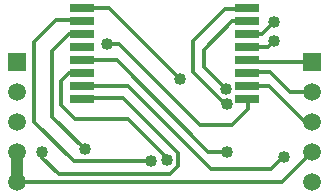
<source format=gbr>
G04 DipTrace 3.1.0.1*
G04 Top.gbr*
%MOIN*%
G04 #@! TF.FileFunction,Copper,L1,Top*
G04 #@! TF.Part,Single*
G04 #@! TA.AperFunction,Conductor*
%ADD13C,0.012992*%
%ADD14C,0.03937*%
G04 #@! TA.AperFunction,ComponentPad*
%ADD23R,0.059055X0.059055*%
%ADD24C,0.059055*%
%ADD30R,0.07874X0.027559*%
G04 #@! TA.AperFunction,ViaPad*
%ADD31C,0.04*%
%FSLAX26Y26*%
G04*
G70*
G90*
G75*
G01*
G04 Top*
%LPD*%
X669291Y1171654D2*
D13*
X761024D1*
X996457Y936220D1*
X953937Y664567D2*
Y672835D1*
X824016Y802756D1*
X648425D1*
X601969Y849213D1*
Y929134D1*
X627953Y955118D1*
X669291D1*
X452756Y691339D2*
D14*
Y591339D1*
D13*
X1337008D1*
X1437008Y691339D1*
X1220472Y911811D2*
X1293701D1*
X1414173Y791339D1*
X1437008D1*
X752362Y1053543D2*
X792520D1*
X1062205Y783858D1*
X1170472D1*
X1222835Y836220D1*
Y868504D1*
X1220472D1*
Y1041732D2*
X1289764D1*
X1311811Y1063780D1*
X669291Y998425D2*
X786220D1*
X1090157Y694488D1*
X1153543D1*
X537795Y693701D2*
Y674409D1*
X592520Y619685D1*
X962205D1*
X989370Y646850D1*
Y690551D1*
X807874Y872047D1*
X672835D1*
X669291Y868504D1*
Y911811D2*
X824409D1*
X1099606Y636614D1*
X1301575D1*
X1344882Y679921D1*
Y675591D1*
X1220472Y1128346D2*
X1170472D1*
X1075984Y1033858D1*
Y977165D1*
X1150394Y902756D1*
X1153543Y853937D2*
X1146063D1*
X1040945Y959055D1*
Y1064173D1*
X1147638Y1170866D1*
X1219685D1*
X1220472Y1171654D1*
Y1085039D2*
X1270866D1*
X1311024Y1125197D1*
X1437008Y991339D2*
X1227559D1*
X1220472Y998425D1*
X1437008Y891339D2*
X1362992D1*
X1296457Y957874D1*
X1223228D1*
X1220472Y955118D1*
X901575Y662205D2*
X643701D1*
X511417Y794488D1*
Y1058661D1*
X585433Y1132677D1*
X664961D1*
X669291Y1128346D1*
Y1085039D2*
X625984D1*
X571260Y1030315D1*
Y810236D1*
X679528Y701969D1*
D31*
X752362Y1053543D3*
X1153543Y853937D3*
X1150394Y902756D3*
X996457Y936220D3*
X537795Y693701D3*
X1344882Y675591D3*
X679528Y701969D3*
X901575Y662205D3*
X953937Y664567D3*
X1153543Y694488D3*
X1311811Y1063780D3*
X1311024Y1125197D3*
D23*
X1437008Y991339D3*
D24*
Y891339D3*
Y791339D3*
Y691339D3*
Y591339D3*
D23*
X452756Y991339D3*
D24*
Y891339D3*
Y791339D3*
Y691339D3*
Y591339D3*
D30*
X1220472Y868504D3*
Y911811D3*
Y955118D3*
Y998425D3*
Y1041732D3*
Y1085039D3*
Y1128346D3*
Y1171654D3*
X669291Y868504D3*
Y911811D3*
Y955118D3*
Y998425D3*
Y1041732D3*
Y1085039D3*
Y1128346D3*
Y1171654D3*
M02*

</source>
